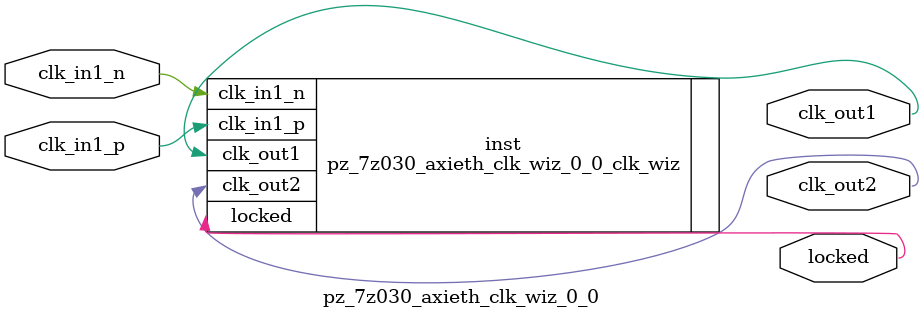
<source format=v>


`timescale 1ps/1ps

(* CORE_GENERATION_INFO = "pz_7z030_axieth_clk_wiz_0_0,clk_wiz_v6_0_1_0_0,{component_name=pz_7z030_axieth_clk_wiz_0_0,use_phase_alignment=true,use_min_o_jitter=false,use_max_i_jitter=false,use_dyn_phase_shift=false,use_inclk_switchover=false,use_dyn_reconfig=false,enable_axi=0,feedback_source=FDBK_AUTO,PRIMITIVE=MMCM,num_out_clk=2,clkin1_period=8.000,clkin2_period=10.000,use_power_down=false,use_reset=false,use_locked=true,use_inclk_stopped=false,feedback_type=SINGLE,CLOCK_MGR_TYPE=NA,manual_override=false}" *)

module pz_7z030_axieth_clk_wiz_0_0 
 (
  // Clock out ports
  output        clk_out1,
  output        clk_out2,
  // Status and control signals
  output        locked,
 // Clock in ports
  input         clk_in1_p,
  input         clk_in1_n
 );

  pz_7z030_axieth_clk_wiz_0_0_clk_wiz inst
  (
  // Clock out ports  
  .clk_out1(clk_out1),
  .clk_out2(clk_out2),
  // Status and control signals               
  .locked(locked),
 // Clock in ports
  .clk_in1_p(clk_in1_p),
  .clk_in1_n(clk_in1_n)
  );

endmodule

</source>
